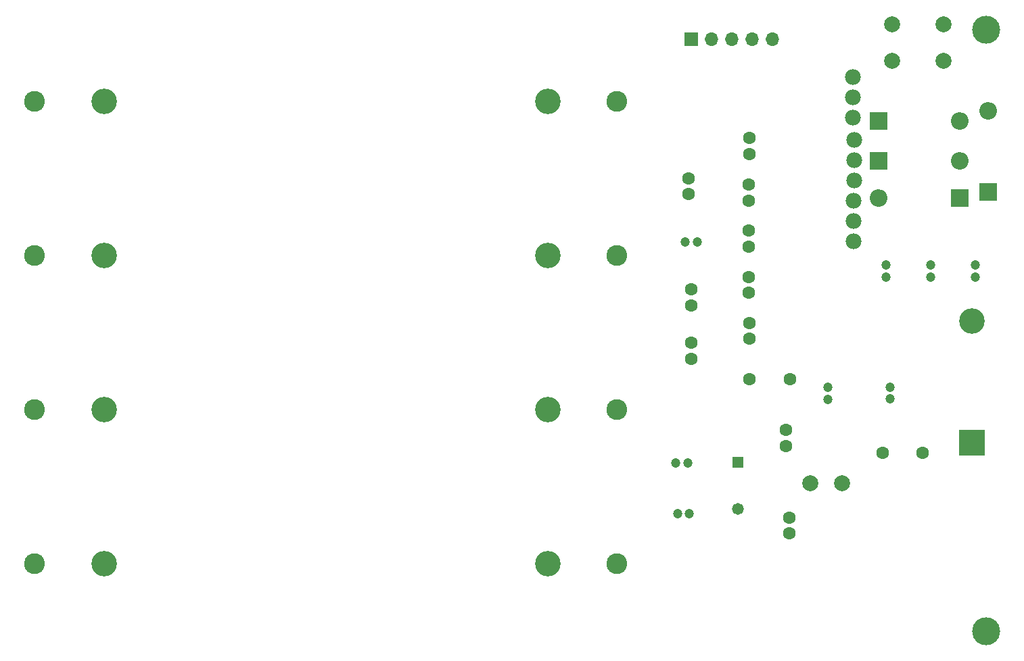
<source format=gbr>
%TF.GenerationSoftware,KiCad,Pcbnew,8.0.6*%
%TF.CreationDate,2024-12-10T15:52:01-08:00*%
%TF.ProjectId,Avionics Power Regulation Board,4176696f-6e69-4637-9320-506f77657220,2*%
%TF.SameCoordinates,Original*%
%TF.FileFunction,Soldermask,Bot*%
%TF.FilePolarity,Negative*%
%FSLAX46Y46*%
G04 Gerber Fmt 4.6, Leading zero omitted, Abs format (unit mm)*
G04 Created by KiCad (PCBNEW 8.0.6) date 2024-12-10 15:52:01*
%MOMM*%
%LPD*%
G01*
G04 APERTURE LIST*
%ADD10C,1.600000*%
%ADD11C,2.000000*%
%ADD12C,1.200000*%
%ADD13C,1.982000*%
%ADD14C,3.200000*%
%ADD15C,2.604000*%
%ADD16R,2.200000X2.200000*%
%ADD17O,2.200000X2.200000*%
%ADD18C,3.500000*%
%ADD19R,1.473200X1.473200*%
%ADD20C,1.473200*%
%ADD21R,3.200000X3.200000*%
%ADD22O,3.200000X3.200000*%
%ADD23R,1.700000X1.700000*%
%ADD24O,1.700000X1.700000*%
G04 APERTURE END LIST*
D10*
%TO.C,CC3*%
X177441500Y-84386400D03*
X177441500Y-82386400D03*
%TD*%
D11*
%TO.C,L1*%
X189103000Y-114046000D03*
X185103000Y-114046000D03*
%TD*%
D12*
%TO.C,CSS1*%
X187291500Y-103536400D03*
X187291500Y-102036400D03*
%TD*%
D13*
%TO.C,Q2*%
X190591500Y-76076400D03*
X190591500Y-73536400D03*
X190591500Y-70996400D03*
%TD*%
D10*
%TO.C,C1*%
X182500000Y-120350000D03*
X182500000Y-118350000D03*
%TD*%
D12*
%TO.C,C5*%
X194641500Y-86736400D03*
X194641500Y-88236400D03*
%TD*%
D10*
%TO.C,CC1*%
X177541500Y-95936400D03*
X177541500Y-93936400D03*
%TD*%
D14*
%TO.C,BT1*%
X152300000Y-124105000D03*
X152300000Y-104800000D03*
X152300000Y-85500000D03*
X152300000Y-66195000D03*
X96690000Y-124105000D03*
X96690000Y-104800000D03*
X96690000Y-85500000D03*
X96690000Y-66195000D03*
D15*
X160945000Y-124100000D03*
X88045000Y-124100000D03*
X160945000Y-104800000D03*
X88045000Y-104800000D03*
X160945000Y-85500000D03*
X88045000Y-85500000D03*
X160945000Y-66200000D03*
X88045000Y-66200000D03*
%TD*%
D10*
%TO.C,C8*%
X169841500Y-77836400D03*
X169841500Y-75836400D03*
%TD*%
D16*
%TO.C,D4*%
X193661500Y-73636400D03*
D17*
X203821500Y-73636400D03*
%TD*%
D18*
%TO.C,H2*%
X207111600Y-57200800D03*
%TD*%
D10*
%TO.C,C2*%
X194191500Y-110236400D03*
X199191500Y-110236400D03*
%TD*%
D16*
%TO.C,D5*%
X203871500Y-78336400D03*
D17*
X193711500Y-78336400D03*
%TD*%
D13*
%TO.C,Q1*%
X190491500Y-68266400D03*
X190491500Y-65726400D03*
X190491500Y-63186400D03*
%TD*%
D16*
%TO.C,D3*%
X193641500Y-68636400D03*
D17*
X203801500Y-68636400D03*
%TD*%
D12*
%TO.C,Cout2*%
X168491500Y-117886400D03*
X169991500Y-117886400D03*
%TD*%
%TO.C,C3*%
X205741500Y-86736400D03*
X205741500Y-88236400D03*
%TD*%
D19*
%TO.C,L2*%
X176050000Y-111450000D03*
D20*
X176050000Y-117241200D03*
%TD*%
D12*
%TO.C,Cout1*%
X168291500Y-111536400D03*
X169791500Y-111536400D03*
%TD*%
D11*
%TO.C,SW1*%
X201841500Y-61086400D03*
X195341500Y-61086400D03*
X201841500Y-56586400D03*
X195341500Y-56586400D03*
%TD*%
D21*
%TO.C,D1*%
X205391500Y-108926400D03*
D22*
X205391500Y-93686400D03*
%TD*%
D12*
%TO.C,CIN1*%
X195141500Y-103486400D03*
X195141500Y-101986400D03*
%TD*%
D10*
%TO.C,CC4*%
X177441500Y-78636400D03*
X177441500Y-76636400D03*
%TD*%
D23*
%TO.C,J1*%
X170201500Y-58436400D03*
D24*
X172741500Y-58436400D03*
X175281500Y-58436400D03*
X177821500Y-58436400D03*
X180361500Y-58436400D03*
%TD*%
D10*
%TO.C,Ccomp1*%
X177541500Y-101036400D03*
X182541500Y-101036400D03*
%TD*%
D13*
%TO.C,Q3*%
X190541500Y-83726400D03*
X190541500Y-81186400D03*
X190541500Y-78646400D03*
%TD*%
D10*
%TO.C,CAP1*%
X170241500Y-96436400D03*
X170241500Y-98436400D03*
%TD*%
D12*
%TO.C,C7*%
X170941500Y-83786400D03*
X169441500Y-83786400D03*
%TD*%
D18*
%TO.C,H1*%
X207111600Y-132588000D03*
%TD*%
D10*
%TO.C,CC5*%
X177491500Y-72786400D03*
X177491500Y-70786400D03*
%TD*%
%TO.C,CC2*%
X177441500Y-90186400D03*
X177441500Y-88186400D03*
%TD*%
%TO.C,CBY1*%
X182050000Y-107350000D03*
X182050000Y-109350000D03*
%TD*%
%TO.C,C6*%
X170191500Y-91736400D03*
X170191500Y-89736400D03*
%TD*%
D16*
%TO.C,D6*%
X207391500Y-77526400D03*
D17*
X207391500Y-67366400D03*
%TD*%
D12*
%TO.C,C4*%
X200191500Y-86736400D03*
X200191500Y-88236400D03*
%TD*%
M02*

</source>
